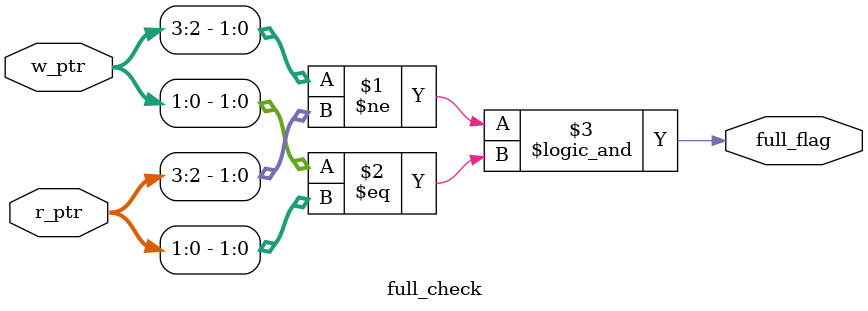
<source format=v>
module full_check (
    input wire [3:0]  w_ptr,
    input wire [3:0]  r_ptr,
    output wire       full_flag
);

assign full_flag=(w_ptr[3:2]!=r_ptr[3:2] && w_ptr[1:0]==r_ptr[1:0]);

endmodule
</source>
